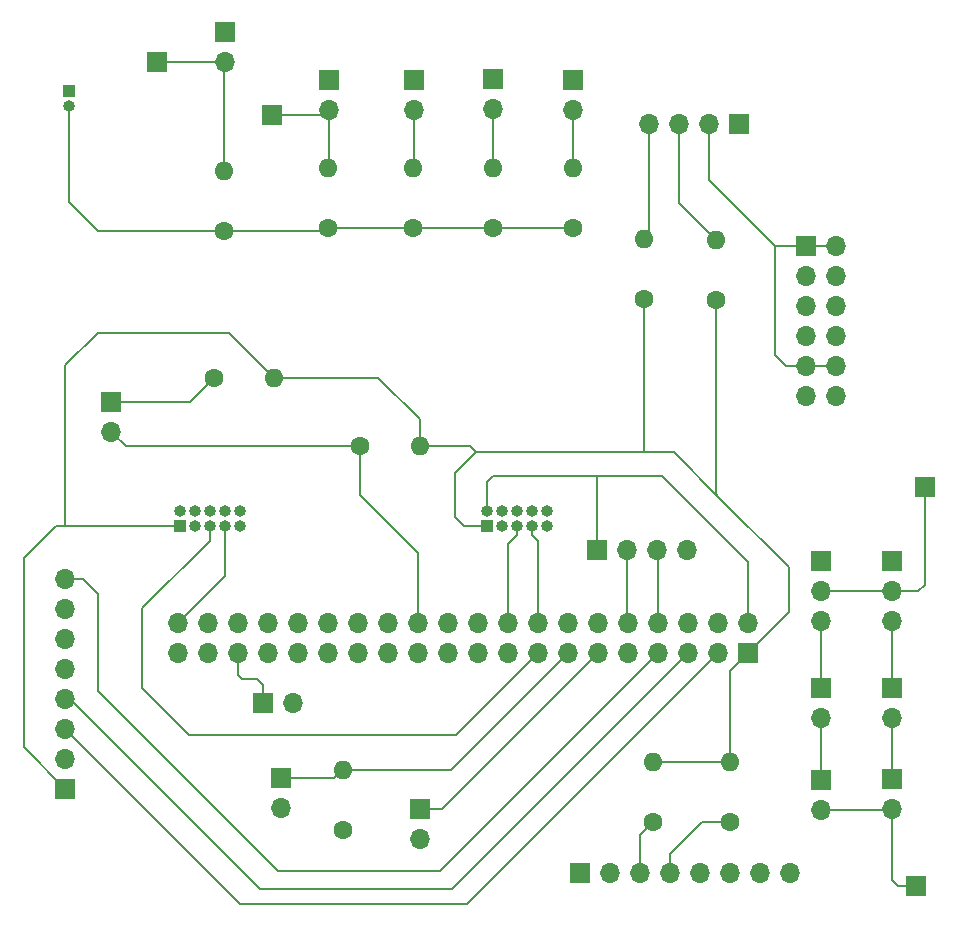
<source format=gbr>
%TF.GenerationSoftware,KiCad,Pcbnew,8.0.8*%
%TF.CreationDate,2025-03-27T14:30:52-04:00*%
%TF.ProjectId,GRIT_main_pcb,47524954-5f6d-4616-996e-5f7063622e6b,rev?*%
%TF.SameCoordinates,Original*%
%TF.FileFunction,Copper,L1,Top*%
%TF.FilePolarity,Positive*%
%FSLAX46Y46*%
G04 Gerber Fmt 4.6, Leading zero omitted, Abs format (unit mm)*
G04 Created by KiCad (PCBNEW 8.0.8) date 2025-03-27 14:30:52*
%MOMM*%
%LPD*%
G01*
G04 APERTURE LIST*
%TA.AperFunction,ComponentPad*%
%ADD10R,1.700000X1.700000*%
%TD*%
%TA.AperFunction,ComponentPad*%
%ADD11O,1.600000X1.600000*%
%TD*%
%TA.AperFunction,ComponentPad*%
%ADD12C,1.600000*%
%TD*%
%TA.AperFunction,ComponentPad*%
%ADD13O,1.700000X1.700000*%
%TD*%
%TA.AperFunction,ComponentPad*%
%ADD14O,1.000000X1.000000*%
%TD*%
%TA.AperFunction,ComponentPad*%
%ADD15R,1.000000X1.000000*%
%TD*%
%TA.AperFunction,Conductor*%
%ADD16C,0.200000*%
%TD*%
G04 APERTURE END LIST*
D10*
%TO.P,LED-,1*%
%TO.N,LED-*%
X89000000Y-89000000D03*
%TD*%
%TO.P,LED+,1*%
%TO.N,LED+*%
X89750000Y-55250000D03*
%TD*%
D11*
%TO.P,10k,2*%
%TO.N,PI13*%
X40500000Y-79170000D03*
D12*
%TO.P,10k,1*%
%TO.N,GND*%
X40500000Y-84250000D03*
%TD*%
D10*
%TO.P,LCD,1*%
%TO.N,GND*%
X74000000Y-24500000D03*
D13*
%TO.P,LCD,2*%
%TO.N,5V*%
X71460000Y-24500000D03*
%TO.P,LCD,3*%
%TO.N,PI23*%
X68920000Y-24500000D03*
%TO.P,LCD,4*%
%TO.N,PI19*%
X66380000Y-24500000D03*
%TD*%
D14*
%TO.P,EncR,10*%
%TO.N,GND*%
X57790000Y-57230000D03*
%TO.P,EncR,9*%
%TO.N,N/C*%
X57790000Y-58500000D03*
%TO.P,EncR,8*%
X56520000Y-57230000D03*
%TO.P,EncR,7*%
%TO.N,PI16*%
X56520000Y-58500000D03*
%TO.P,EncR,6*%
%TO.N,N/C*%
X55250000Y-57230000D03*
%TO.P,EncR,5*%
%TO.N,PI18*%
X55250000Y-58500000D03*
%TO.P,EncR,4*%
%TO.N,N/C*%
X53980000Y-57230000D03*
%TO.P,EncR,3*%
X53980000Y-58500000D03*
%TO.P,EncR,2*%
%TO.N,5V*%
X52710000Y-57230000D03*
D15*
%TO.P,EncR,1*%
%TO.N,3V3*%
X52710000Y-58500000D03*
%TD*%
D10*
%TO.P,MOS1,1*%
%TO.N,PI36*%
X81000000Y-61500000D03*
D13*
%TO.P,MOS1,2*%
%TO.N,LED+*%
X81000000Y-64040000D03*
%TO.P,MOS1,3*%
%TO.N,LED3*%
X81000000Y-66580000D03*
%TD*%
D10*
%TO.P,LED4,1*%
%TO.N,LED4*%
X81000000Y-80025000D03*
D13*
%TO.P,LED4,2*%
%TO.N,LED-*%
X81000000Y-82565000D03*
%TD*%
D10*
%TO.P,LED3,1*%
%TO.N,LED3*%
X81000000Y-72250000D03*
D13*
%TO.P,LED3,2*%
%TO.N,LED4*%
X81000000Y-74790000D03*
%TD*%
D10*
%TO.P,LED1,1*%
%TO.N,LED2*%
X87000000Y-79950000D03*
D13*
%TO.P,LED1,2*%
%TO.N,LED-*%
X87000000Y-82490000D03*
%TD*%
D10*
%TO.P,LED1,1*%
%TO.N,LED1*%
X87000000Y-72225000D03*
D13*
%TO.P,LED1,2*%
%TO.N,LED2*%
X87000000Y-74765000D03*
%TD*%
D10*
%TO.P,Rel2,1*%
%TO.N,On*%
X34500000Y-23725000D03*
%TD*%
D13*
%TO.P,EStop,2*%
%TO.N,EStop*%
X30500000Y-19240000D03*
D10*
%TO.P,EStop,1*%
%TO.N,GND*%
X30500000Y-16700000D03*
%TD*%
D12*
%TO.P,10k,1*%
%TO.N,5V*%
X30450000Y-33515000D03*
D11*
%TO.P,10k,2*%
%TO.N,EStop*%
X30450000Y-28435000D03*
%TD*%
D10*
%TO.P,Rel1,1*%
%TO.N,EStop*%
X24750000Y-19225000D03*
%TD*%
D12*
%TO.P,10k,1*%
%TO.N,5V*%
X39250000Y-33305000D03*
D11*
%TO.P,10k,2*%
%TO.N,On*%
X39250000Y-28225000D03*
%TD*%
D13*
%TO.P,On,2*%
%TO.N,On*%
X39300000Y-23305000D03*
D10*
%TO.P,On,1*%
%TO.N,GND*%
X39300000Y-20765000D03*
%TD*%
D13*
%TO.P,Limit Switch,2*%
%TO.N,5V*%
X35250000Y-82435000D03*
D10*
%TO.P,Limit Switch,1*%
%TO.N,PI13*%
X35250000Y-79895000D03*
%TD*%
D12*
%TO.P,10k,1*%
%TO.N,5V*%
X46450000Y-33290000D03*
D11*
%TO.P,10k,2*%
%TO.N,PI28*%
X46450000Y-28210000D03*
%TD*%
%TO.P,10k,2*%
%TO.N,PI26*%
X53200000Y-28170000D03*
D12*
%TO.P,10k,1*%
%TO.N,5V*%
X53200000Y-33250000D03*
%TD*%
%TO.P,10k,1*%
%TO.N,5V*%
X59950000Y-33290000D03*
D11*
%TO.P,10k,2*%
%TO.N,PI29*%
X59950000Y-28210000D03*
%TD*%
D10*
%TO.P,PB 3,1*%
%TO.N,GND*%
X60000000Y-20750000D03*
D13*
%TO.P,PB 3,2*%
%TO.N,PI29*%
X60000000Y-23290000D03*
%TD*%
D10*
%TO.P,PB 2,1*%
%TO.N,GND*%
X53250000Y-20710000D03*
D13*
%TO.P,PB 2,2*%
%TO.N,PI26*%
X53250000Y-23250000D03*
%TD*%
%TO.P,PB 1,2*%
%TO.N,PI28*%
X46500000Y-23290000D03*
D10*
%TO.P,PB 1,1*%
%TO.N,GND*%
X46500000Y-20750000D03*
%TD*%
D12*
%TO.P,4.7k,1*%
%TO.N,PI22*%
X66750000Y-83580000D03*
D11*
%TO.P,4.7k,2*%
%TO.N,3V3*%
X66750000Y-78500000D03*
%TD*%
D13*
%TO.P,Raspberry Pi,40*%
%TO.N,PI40*%
X26520000Y-66750000D03*
%TO.P,Raspberry Pi,39*%
%TO.N,GND*%
X26520000Y-69290000D03*
%TO.P,Raspberry Pi,38*%
%TO.N,PI38*%
X29060000Y-66750000D03*
%TO.P,Raspberry Pi,37*%
%TO.N,PI37*%
X29060000Y-69290000D03*
%TO.P,Raspberry Pi,36*%
%TO.N,PI36*%
X31600000Y-66750000D03*
%TO.P,Raspberry Pi,35*%
%TO.N,PI35*%
X31600000Y-69290000D03*
%TO.P,Raspberry Pi,34*%
%TO.N,N/C*%
X34140000Y-66750000D03*
%TO.P,Raspberry Pi,33*%
%TO.N,PI33*%
X34140000Y-69290000D03*
%TO.P,Raspberry Pi,32*%
%TO.N,PI32*%
X36680000Y-66750000D03*
%TO.P,Raspberry Pi,31*%
%TO.N,PI31*%
X36680000Y-69290000D03*
%TO.P,Raspberry Pi,30*%
%TO.N,N/C*%
X39220000Y-66750000D03*
%TO.P,Raspberry Pi,29*%
%TO.N,PI29*%
X39220000Y-69290000D03*
%TO.P,Raspberry Pi,28*%
%TO.N,PI28*%
X41760000Y-66750000D03*
%TO.P,Raspberry Pi,27*%
%TO.N,PI27*%
X41760000Y-69290000D03*
%TO.P,Raspberry Pi,26*%
%TO.N,PI26*%
X44300000Y-66750000D03*
%TO.P,Raspberry Pi,25*%
%TO.N,N/C*%
X44300000Y-69290000D03*
%TO.P,Raspberry Pi,24*%
%TO.N,PI24*%
X46840000Y-66750000D03*
%TO.P,Raspberry Pi,23*%
%TO.N,PI23*%
X46840000Y-69290000D03*
%TO.P,Raspberry Pi,22*%
%TO.N,PI22*%
X49380000Y-66750000D03*
%TO.P,Raspberry Pi,21*%
%TO.N,PI21*%
X49380000Y-69290000D03*
%TO.P,Raspberry Pi,20*%
%TO.N,N/C*%
X51920000Y-66750000D03*
%TO.P,Raspberry Pi,19*%
%TO.N,PI19*%
X51920000Y-69290000D03*
%TO.P,Raspberry Pi,18*%
%TO.N,PI18*%
X54460000Y-66750000D03*
%TO.P,Raspberry Pi,17*%
%TO.N,N/C*%
X54460000Y-69290000D03*
%TO.P,Raspberry Pi,16*%
%TO.N,PI16*%
X57000000Y-66750000D03*
%TO.P,Raspberry Pi,15*%
%TO.N,PI15*%
X57000000Y-69290000D03*
%TO.P,Raspberry Pi,14*%
%TO.N,N/C*%
X59540000Y-66750000D03*
%TO.P,Raspberry Pi,13*%
%TO.N,PI13*%
X59540000Y-69290000D03*
%TO.P,Raspberry Pi,12*%
%TO.N,PI12*%
X62080000Y-66750000D03*
%TO.P,Raspberry Pi,11*%
%TO.N,PI11*%
X62080000Y-69290000D03*
%TO.P,Raspberry Pi,10*%
%TO.N,PI10*%
X64620000Y-66750000D03*
%TO.P,Raspberry Pi,9*%
%TO.N,N/C*%
X64620000Y-69290000D03*
%TO.P,Raspberry Pi,8*%
%TO.N,PI8*%
X67160000Y-66750000D03*
%TO.P,Raspberry Pi,7*%
%TO.N,PI7*%
X67160000Y-69290000D03*
%TO.P,Raspberry Pi,6*%
%TO.N,N/C*%
X69700000Y-66750000D03*
%TO.P,Raspberry Pi,5*%
%TO.N,PI5*%
X69700000Y-69290000D03*
%TO.P,Raspberry Pi,4*%
%TO.N,5V*%
X72240000Y-66750000D03*
%TO.P,Raspberry Pi,3*%
%TO.N,PI3*%
X72240000Y-69290000D03*
%TO.P,Raspberry Pi,2*%
%TO.N,5V*%
X74780000Y-66750000D03*
D10*
%TO.P,Raspberry Pi,1*%
%TO.N,3V3*%
X74780000Y-69290000D03*
%TD*%
D12*
%TO.P,4.7k,1*%
%TO.N,PI24*%
X41920000Y-51750000D03*
D11*
%TO.P,4.7k,2*%
%TO.N,3V3*%
X47000000Y-51750000D03*
%TD*%
D10*
%TO.P,PowMOS2,1*%
%TO.N,PI11*%
X47000000Y-82500000D03*
D13*
%TO.P,PowMOS2,2*%
%TO.N,GND*%
X47000000Y-85040000D03*
%TD*%
%TO.P,Dual Motor Driver,12*%
%TO.N,N/C*%
X82250000Y-47540000D03*
%TO.P,Dual Motor Driver,11*%
X79710000Y-47540000D03*
%TO.P,Dual Motor Driver,10*%
%TO.N,5V*%
X82250000Y-45000000D03*
%TO.P,Dual Motor Driver,9*%
X79710000Y-45000000D03*
%TO.P,Dual Motor Driver,8*%
%TO.N,PI38*%
X82250000Y-42460000D03*
%TO.P,Dual Motor Driver,7*%
%TO.N,PI33*%
X79710000Y-42460000D03*
%TO.P,Dual Motor Driver,6*%
%TO.N,PI12*%
X82250000Y-39920000D03*
%TO.P,Dual Motor Driver,5*%
%TO.N,PI32*%
X79710000Y-39920000D03*
%TO.P,Dual Motor Driver,4*%
%TO.N,GND*%
X82250000Y-37380000D03*
%TO.P,Dual Motor Driver,3*%
X79710000Y-37380000D03*
%TO.P,Dual Motor Driver,2*%
%TO.N,5V*%
X82250000Y-34840000D03*
D10*
%TO.P,Dual Motor Driver,1*%
X79710000Y-34840000D03*
%TD*%
D13*
%TO.P,IMU,8*%
%TO.N,PI7*%
X17000000Y-62970000D03*
%TO.P,IMU,7*%
%TO.N,N/C*%
X17000000Y-65510000D03*
%TO.P,IMU,6*%
X17000000Y-68050000D03*
%TO.P,IMU,5*%
X17000000Y-70590000D03*
%TO.P,IMU,4*%
%TO.N,PI5*%
X17000000Y-73130000D03*
%TO.P,IMU,3*%
%TO.N,PI3*%
X17000000Y-75670000D03*
%TO.P,IMU,2*%
%TO.N,GND*%
X17000000Y-78210000D03*
D10*
%TO.P,IMU,1*%
%TO.N,3V3*%
X17000000Y-80750000D03*
%TD*%
D12*
%TO.P,4.7k,1*%
%TO.N,PI37*%
X73250000Y-83580000D03*
D11*
%TO.P,4.7k,2*%
%TO.N,3V3*%
X73250000Y-78500000D03*
%TD*%
D14*
%TO.P,Cooling Fan,2*%
%TO.N,5V*%
X17300000Y-23000000D03*
D15*
%TO.P,Cooling Fan,1*%
%TO.N,GND*%
X17300000Y-21730000D03*
%TD*%
D11*
%TO.P,4.7k,2*%
%TO.N,PI23*%
X72075000Y-34315000D03*
D12*
%TO.P,4.7k,1*%
%TO.N,3V3*%
X72075000Y-39395000D03*
%TD*%
%TO.P,4.7k,1*%
%TO.N,PI21*%
X29595000Y-46000000D03*
D11*
%TO.P,4.7k,2*%
%TO.N,3V3*%
X34675000Y-46000000D03*
%TD*%
D13*
%TO.P,BMS,8*%
%TO.N,N/C*%
X78370000Y-87935000D03*
%TO.P,BMS,7*%
X75830000Y-87935000D03*
%TO.P,BMS,6*%
X73290000Y-87935000D03*
%TO.P,BMS,5*%
X70750000Y-87935000D03*
%TO.P,BMS,4*%
%TO.N,PI37*%
X68210000Y-87935000D03*
%TO.P,BMS,3*%
%TO.N,PI22*%
X65670000Y-87935000D03*
%TO.P,BMS,2*%
%TO.N,GND*%
X63130000Y-87935000D03*
D10*
%TO.P,BMS,1*%
%TO.N,5V*%
X60590000Y-87935000D03*
%TD*%
%TO.P,GPS,1*%
%TO.N,5V*%
X62010000Y-60540000D03*
D13*
%TO.P,GPS,2*%
%TO.N,PI10*%
X64550000Y-60540000D03*
%TO.P,GPS,3*%
%TO.N,PI8*%
X67090000Y-60540000D03*
%TO.P,GPS,4*%
%TO.N,GND*%
X69630000Y-60540000D03*
%TD*%
D11*
%TO.P,4.7k,2*%
%TO.N,PI19*%
X66000000Y-34235000D03*
D12*
%TO.P,4.7k,1*%
%TO.N,3V3*%
X66000000Y-39315000D03*
%TD*%
D10*
%TO.P,Pico,1*%
%TO.N,PI21*%
X20895000Y-48000000D03*
D13*
%TO.P,Pico,2*%
%TO.N,PI24*%
X20895000Y-50540000D03*
%TD*%
D10*
%TO.P,PowMOS1,1*%
%TO.N,PI35*%
X33750000Y-73500000D03*
D13*
%TO.P,PowMOS1,2*%
%TO.N,GND*%
X36290000Y-73500000D03*
%TD*%
%TO.P,MOS2,3*%
%TO.N,LED1*%
X87000000Y-66580000D03*
%TO.P,MOS2,2*%
%TO.N,LED+*%
X87000000Y-64040000D03*
D10*
%TO.P,MOS2,1*%
%TO.N,PI31*%
X87000000Y-61500000D03*
%TD*%
D14*
%TO.P,EncL,10*%
%TO.N,GND*%
X31750000Y-57230000D03*
%TO.P,EncL,9*%
%TO.N,N/C*%
X31750000Y-58500000D03*
%TO.P,EncL,8*%
X30480000Y-57230000D03*
%TO.P,EncL,7*%
%TO.N,PI40*%
X30480000Y-58500000D03*
%TO.P,EncL,6*%
%TO.N,N/C*%
X29210000Y-57230000D03*
%TO.P,EncL,5*%
%TO.N,PI15*%
X29210000Y-58500000D03*
%TO.P,EncL,4*%
%TO.N,N/C*%
X27940000Y-57230000D03*
%TO.P,EncL,3*%
X27940000Y-58500000D03*
%TO.P,EncL,2*%
%TO.N,5V*%
X26670000Y-57230000D03*
D15*
%TO.P,EncL,1*%
%TO.N,3V3*%
X26670000Y-58500000D03*
%TD*%
D16*
%TO.N,3V3*%
X51750000Y-52250000D02*
X66000000Y-52250000D01*
%TO.N,PI40*%
X30480000Y-62790000D02*
X30480000Y-58500000D01*
X26520000Y-66750000D02*
X30480000Y-62790000D01*
%TO.N,PI15*%
X29210000Y-59790000D02*
X29210000Y-58500000D01*
X50040000Y-76250000D02*
X27500000Y-76250000D01*
X23500000Y-72250000D02*
X23500000Y-65500000D01*
X23500000Y-65500000D02*
X29210000Y-59790000D01*
X57000000Y-69290000D02*
X50040000Y-76250000D01*
%TO.N,5V*%
X78000000Y-45000000D02*
X79710000Y-45000000D01*
X77056333Y-44056333D02*
X78000000Y-45000000D01*
X77056333Y-34840000D02*
X77056333Y-44056333D01*
X79710000Y-45000000D02*
X82250000Y-45000000D01*
X79710000Y-34840000D02*
X82250000Y-34840000D01*
X77056333Y-34840000D02*
X79710000Y-34840000D01*
X71460000Y-24500000D02*
X71460000Y-29243667D01*
X71460000Y-29243667D02*
X77056333Y-34840000D01*
%TO.N,PI26*%
X53250000Y-28120000D02*
X53200000Y-28170000D01*
X53250000Y-23250000D02*
X53250000Y-28120000D01*
%TO.N,PI28*%
X46500000Y-23290000D02*
X46500000Y-28160000D01*
X46500000Y-28160000D02*
X46450000Y-28210000D01*
%TO.N,PI24*%
X41920000Y-55890000D02*
X41920000Y-51750000D01*
X46840000Y-60810000D02*
X41920000Y-55890000D01*
X22105000Y-51750000D02*
X41920000Y-51750000D01*
X20895000Y-50540000D02*
X22105000Y-51750000D01*
%TO.N,3V3*%
X47000000Y-49500000D02*
X47000000Y-51750000D01*
X43500000Y-46000000D02*
X47000000Y-49500000D01*
X34675000Y-46000000D02*
X43500000Y-46000000D01*
X47000000Y-51750000D02*
X51250000Y-51750000D01*
%TO.N,5V*%
X19765000Y-33515000D02*
X30450000Y-33515000D01*
X17300000Y-23000000D02*
X17300000Y-31050000D01*
X17300000Y-31050000D02*
X19765000Y-33515000D01*
X59910000Y-33250000D02*
X59950000Y-33290000D01*
X53200000Y-33250000D02*
X59910000Y-33250000D01*
X46460000Y-33290000D02*
X46500000Y-33250000D01*
X46450000Y-33290000D02*
X46460000Y-33290000D01*
X46500000Y-33250000D02*
X53200000Y-33250000D01*
X46435000Y-33305000D02*
X46450000Y-33290000D01*
X39250000Y-33305000D02*
X46435000Y-33305000D01*
X39040000Y-33515000D02*
X39250000Y-33305000D01*
X30450000Y-33515000D02*
X39040000Y-33515000D01*
X62010000Y-54260000D02*
X62000000Y-54250000D01*
X62010000Y-60540000D02*
X62010000Y-54260000D01*
X62000000Y-54250000D02*
X67500000Y-54250000D01*
X53250000Y-54250000D02*
X62000000Y-54250000D01*
X67500000Y-54250000D02*
X74780000Y-61530000D01*
X74780000Y-61530000D02*
X74780000Y-66750000D01*
X52710000Y-54790000D02*
X53250000Y-54250000D01*
X52710000Y-57230000D02*
X52710000Y-54790000D01*
%TO.N,LED4*%
X81000000Y-74790000D02*
X81000000Y-80025000D01*
%TO.N,LED3*%
X81000000Y-66580000D02*
X81000000Y-72250000D01*
%TO.N,LED2*%
X87000000Y-74765000D02*
X87000000Y-79950000D01*
%TO.N,LED1*%
X87000000Y-66580000D02*
X87000000Y-72225000D01*
%TO.N,LED-*%
X87000000Y-88500000D02*
X87500000Y-89000000D01*
X87000000Y-82490000D02*
X87000000Y-88500000D01*
X87500000Y-89000000D02*
X89000000Y-89000000D01*
X86925000Y-82565000D02*
X87000000Y-82490000D01*
X81000000Y-82565000D02*
X86925000Y-82565000D01*
%TO.N,LED+*%
X87000000Y-64040000D02*
X81000000Y-64040000D01*
X89750000Y-63500000D02*
X89210000Y-64040000D01*
X89210000Y-64040000D02*
X87000000Y-64040000D01*
X89750000Y-55250000D02*
X89750000Y-63500000D01*
%TO.N,PI35*%
X33250000Y-71500000D02*
X33750000Y-72000000D01*
X33750000Y-72000000D02*
X33750000Y-73500000D01*
X32000000Y-71500000D02*
X33250000Y-71500000D01*
X31600000Y-71100000D02*
X32000000Y-71500000D01*
X31600000Y-69290000D02*
X31600000Y-71100000D01*
%TO.N,3V3*%
X50750000Y-58500000D02*
X52710000Y-58500000D01*
X50000000Y-57750000D02*
X50750000Y-58500000D01*
X50000000Y-54000000D02*
X50000000Y-57750000D01*
X51750000Y-52250000D02*
X50000000Y-54000000D01*
%TO.N,PI16*%
X56520000Y-59230000D02*
X56520000Y-58500000D01*
X56500000Y-59250000D02*
X56520000Y-59230000D01*
%TO.N,PI18*%
X55250000Y-59250000D02*
X55250000Y-58500000D01*
%TO.N,PI29*%
X60000000Y-28160000D02*
X59950000Y-28210000D01*
X60000000Y-23290000D02*
X60000000Y-28160000D01*
%TO.N,PI37*%
X70920000Y-83580000D02*
X73250000Y-83580000D01*
X68210000Y-86290000D02*
X70920000Y-83580000D01*
X68210000Y-87935000D02*
X68210000Y-86290000D01*
%TO.N,PI22*%
X65670000Y-84660000D02*
X66750000Y-83580000D01*
X65670000Y-87935000D02*
X65670000Y-84660000D01*
%TO.N,PI13*%
X40500000Y-79170000D02*
X49660000Y-79170000D01*
X49660000Y-79170000D02*
X59540000Y-69290000D01*
X39775000Y-79895000D02*
X40500000Y-79170000D01*
X35250000Y-79895000D02*
X39775000Y-79895000D01*
%TO.N,PI7*%
X35000000Y-87750000D02*
X48700000Y-87750000D01*
X19750000Y-72500000D02*
X35000000Y-87750000D01*
X48700000Y-87750000D02*
X67160000Y-69290000D01*
X19750000Y-64250000D02*
X19750000Y-72500000D01*
X18470000Y-62970000D02*
X19750000Y-64250000D01*
X17000000Y-62970000D02*
X18470000Y-62970000D01*
%TO.N,PI11*%
X48870000Y-82500000D02*
X62080000Y-69290000D01*
X47000000Y-82500000D02*
X48870000Y-82500000D01*
%TO.N,PI5*%
X33500000Y-89250000D02*
X49740000Y-89250000D01*
X17120000Y-73250000D02*
X17500000Y-73250000D01*
X49740000Y-89250000D02*
X69700000Y-69290000D01*
X17000000Y-73130000D02*
X17120000Y-73250000D01*
X17500000Y-73250000D02*
X33500000Y-89250000D01*
%TO.N,PI3*%
X51030000Y-90500000D02*
X72240000Y-69290000D01*
X31830000Y-90500000D02*
X51030000Y-90500000D01*
X17000000Y-75670000D02*
X31830000Y-90500000D01*
%TO.N,3V3*%
X73250000Y-70820000D02*
X74780000Y-69290000D01*
X73250000Y-78500000D02*
X73250000Y-70820000D01*
X66750000Y-78500000D02*
X73250000Y-78500000D01*
X74710000Y-69290000D02*
X74780000Y-69290000D01*
X51250000Y-51750000D02*
X51750000Y-52250000D01*
X13500000Y-77250000D02*
X17000000Y-80750000D01*
X16250000Y-58500000D02*
X13500000Y-61250000D01*
X17000000Y-58500000D02*
X16250000Y-58500000D01*
X13500000Y-61250000D02*
X13500000Y-77250000D01*
X17000000Y-44895000D02*
X17000000Y-58500000D01*
X26670000Y-58500000D02*
X17000000Y-58500000D01*
X19750000Y-42145000D02*
X17000000Y-44895000D01*
X34675000Y-46000000D02*
X30820000Y-42145000D01*
X30820000Y-42145000D02*
X19750000Y-42145000D01*
%TO.N,PI19*%
X66380000Y-33855000D02*
X66000000Y-34235000D01*
X66380000Y-24500000D02*
X66380000Y-33855000D01*
%TO.N,PI23*%
X68920000Y-24500000D02*
X68920000Y-31160000D01*
X68920000Y-31160000D02*
X72075000Y-34315000D01*
%TO.N,On*%
X39300000Y-28175000D02*
X39250000Y-28225000D01*
X39300000Y-23305000D02*
X39300000Y-28175000D01*
X38880000Y-23725000D02*
X39300000Y-23305000D01*
X34500000Y-23725000D02*
X38880000Y-23725000D01*
%TO.N,EStop*%
X25015000Y-19240000D02*
X30500000Y-19240000D01*
X25000000Y-19225000D02*
X25015000Y-19240000D01*
X24750000Y-19225000D02*
X25000000Y-19225000D01*
X30450000Y-19290000D02*
X30500000Y-19240000D01*
X30450000Y-28435000D02*
X30450000Y-19290000D01*
%TO.N,3V3*%
X73250000Y-78500000D02*
X73500000Y-78500000D01*
X72075000Y-55825000D02*
X72375000Y-56125000D01*
X72375000Y-56125000D02*
X78250000Y-62000000D01*
X68500000Y-52250000D02*
X72375000Y-56125000D01*
X72075000Y-39395000D02*
X72075000Y-55825000D01*
X66000000Y-39315000D02*
X66000000Y-52250000D01*
X66000000Y-52250000D02*
X68500000Y-52250000D01*
%TO.N,PI21*%
X27595000Y-48000000D02*
X29595000Y-46000000D01*
X20895000Y-48000000D02*
X27595000Y-48000000D01*
%TO.N,3V3*%
X78250000Y-62000000D02*
X78250000Y-65820000D01*
X78250000Y-65820000D02*
X74780000Y-69290000D01*
%TO.N,PI16*%
X56500000Y-59250000D02*
X57000000Y-59750000D01*
X57000000Y-59750000D02*
X57000000Y-66750000D01*
%TO.N,PI18*%
X54460000Y-60040000D02*
X54460000Y-66750000D01*
X55250000Y-59250000D02*
X54460000Y-60040000D01*
%TO.N,5V*%
X72300000Y-66690000D02*
X72240000Y-66750000D01*
%TO.N,PI8*%
X67160000Y-60610000D02*
X67090000Y-60540000D01*
X67160000Y-66750000D02*
X67160000Y-60610000D01*
%TO.N,PI10*%
X64550000Y-60540000D02*
X64550000Y-66680000D01*
X64550000Y-66680000D02*
X64620000Y-66750000D01*
%TO.N,PI24*%
X46840000Y-66750000D02*
X46840000Y-60810000D01*
%TO.N,PI15*%
X27500000Y-76250000D02*
X23500000Y-72250000D01*
%TD*%
M02*

</source>
